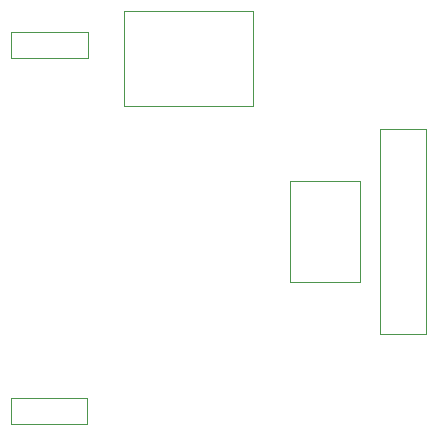
<source format=gbr>
G04 #@! TF.FileFunction,Other,User*
%FSLAX46Y46*%
G04 Gerber Fmt 4.6, Leading zero omitted, Abs format (unit mm)*
G04 Created by KiCad (PCBNEW 4.0.6) date 04/30/18 18:34:22*
%MOMM*%
%LPD*%
G01*
G04 APERTURE LIST*
%ADD10C,0.100000*%
%ADD11C,0.050000*%
G04 APERTURE END LIST*
D10*
D11*
X21254000Y-8670000D02*
X17354000Y-8670000D01*
X17354000Y-8670000D02*
X17354000Y8680000D01*
X17354000Y8680000D02*
X21254000Y8680000D01*
X21254000Y8680000D02*
X21254000Y-8670000D01*
X6598000Y10580000D02*
X6598000Y18680000D01*
X6598000Y10580000D02*
X-4302000Y10580000D01*
X-4302000Y18680000D02*
X6598000Y18680000D01*
X-4302000Y18680000D02*
X-4302000Y10580000D01*
X9750000Y4250000D02*
X15650000Y4250000D01*
X9750000Y-4250000D02*
X9750000Y4250000D01*
X15650000Y-4250000D02*
X9750000Y-4250000D01*
X15650000Y4250000D02*
X15650000Y-4250000D01*
X-7418000Y-14130000D02*
X-13918000Y-14130000D01*
X-7418000Y-14130000D02*
X-7418000Y-16340000D01*
X-13918000Y-16340000D02*
X-13918000Y-14130000D01*
X-13918000Y-16340000D02*
X-7418000Y-16340000D01*
X-7386000Y16870000D02*
X-13886000Y16870000D01*
X-7386000Y16870000D02*
X-7386000Y14660000D01*
X-13886000Y14660000D02*
X-13886000Y16870000D01*
X-13886000Y14660000D02*
X-7386000Y14660000D01*
M02*

</source>
